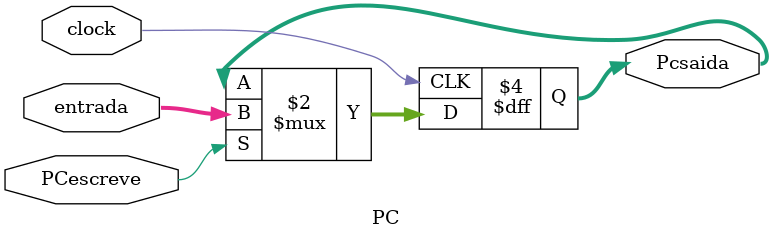
<source format=v>
module PC(
  input [31:0] entrada,
  input PCescreve, clock,
  output reg [31:0] Pcsaida
  );
 

  always @ (posedge clock) begin
    if(PCescreve) begin
		
      Pcsaida <= entrada;
    end
  end
  endmodule

</source>
